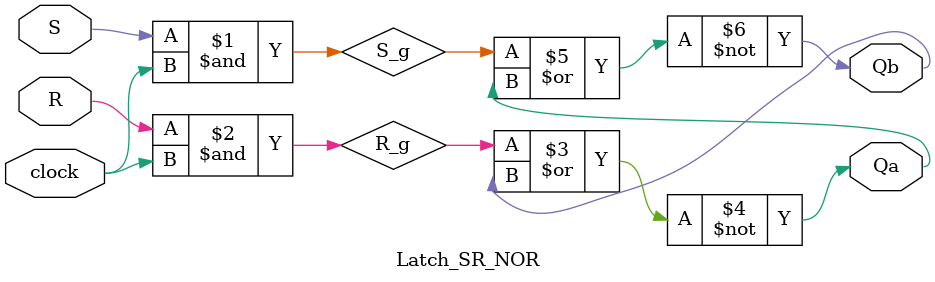
<source format=v>
module Latch_SR_NOR (
    input S,      // Entrada Set (definir)
    input R,      // Entrada Reset (redefinir)
    input clock,  // Sinal de Clock (habilitação)
    output Qa,    // Saída Q
    output Qb     // Saída Q barrado (complemento de Q)
);

    wire S_g, R_g; // Fios internos para os sinais "gated" (chaveados)

    // Lógica de Gating (Chaveamento)
    // O sinal S só passa se o clock estiver em nível alto (1)
    assign S_g = S & clock; 
    // O sinal R só passa se o clock estiver em nível alto (1)
    assign R_g = R & clock;

    // Latch SR construído com portas NOR
    // A saída Qa é o resultado da operação NOR entre R_g e Qb
    nor (Qa, R_g, Qb);
    // A saída Qb é o resultado da operação NOR entre S_g e Qa
    nor (Qb, S_g, Qa);

endmodule

</source>
